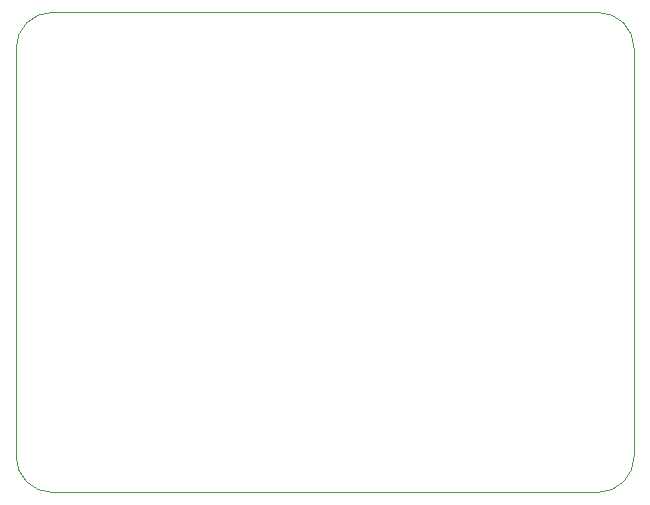
<source format=gbr>
%TF.GenerationSoftware,KiCad,Pcbnew,8.0.2*%
%TF.CreationDate,2024-05-17T16:53:08+03:00*%
%TF.ProjectId,zamonaryboard,7a616d6f-6e61-4727-9962-6f6172642e6b,rev?*%
%TF.SameCoordinates,Original*%
%TF.FileFunction,Profile,NP*%
%FSLAX46Y46*%
G04 Gerber Fmt 4.6, Leading zero omitted, Abs format (unit mm)*
G04 Created by KiCad (PCBNEW 8.0.2) date 2024-05-17 16:53:08*
%MOMM*%
%LPD*%
G01*
G04 APERTURE LIST*
%TA.AperFunction,Profile*%
%ADD10C,0.100000*%
%TD*%
G04 APERTURE END LIST*
D10*
X121920000Y-112268000D02*
G75*
G02*
X118872000Y-109220000I0J3048000D01*
G01*
X171196000Y-109220000D02*
G75*
G02*
X168148000Y-112268000I-3048000J0D01*
G01*
X168148000Y-71628000D02*
G75*
G02*
X171196000Y-74676000I0J-3048000D01*
G01*
X121920000Y-71628000D02*
X168148000Y-71628000D01*
X118872000Y-74676000D02*
X118871998Y-109220002D01*
X171196000Y-86360000D02*
X171196000Y-109220000D01*
X118872000Y-74676000D02*
G75*
G02*
X121920000Y-71628000I3048000J0D01*
G01*
X171196000Y-74676000D02*
X171196000Y-86360000D01*
X168148000Y-112268000D02*
X121919998Y-112268002D01*
M02*

</source>
